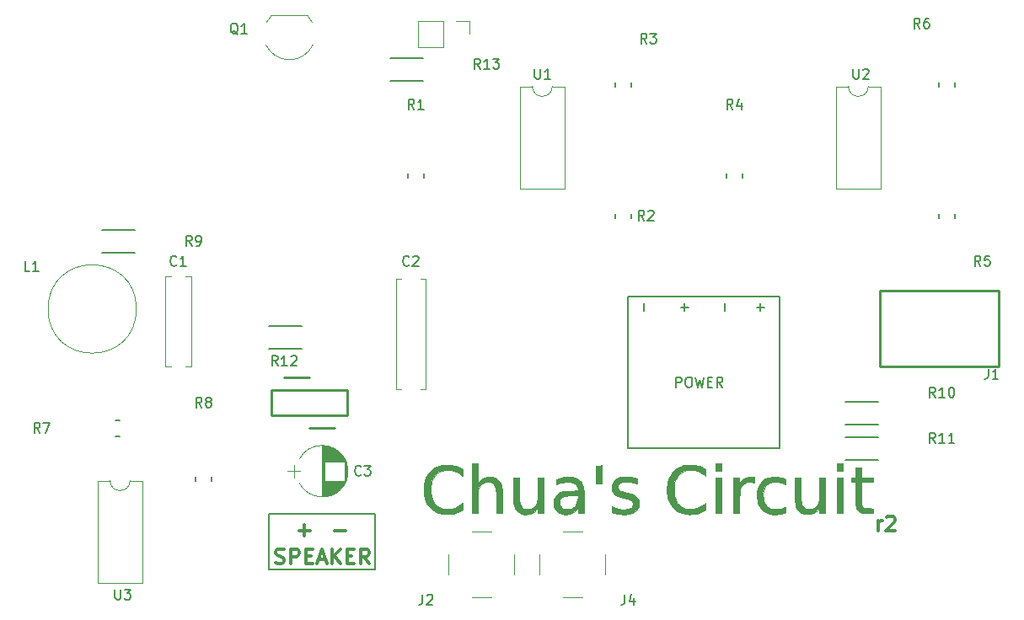
<source format=gto>
G04 #@! TF.GenerationSoftware,KiCad,Pcbnew,5.1.4*
G04 #@! TF.CreationDate,2019-12-30T21:19:54-05:00*
G04 #@! TF.ProjectId,chua,63687561-2e6b-4696-9361-645f70636258,rev?*
G04 #@! TF.SameCoordinates,Original*
G04 #@! TF.FileFunction,Legend,Top*
G04 #@! TF.FilePolarity,Positive*
%FSLAX46Y46*%
G04 Gerber Fmt 4.6, Leading zero omitted, Abs format (unit mm)*
G04 Created by KiCad (PCBNEW 5.1.4) date 2019-12-30 21:19:54*
%MOMM*%
%LPD*%
G04 APERTURE LIST*
%ADD10C,0.300000*%
%ADD11C,0.200000*%
%ADD12C,0.010000*%
%ADD13C,0.120000*%
%ADD14C,0.250000*%
%ADD15C,0.150000*%
G04 APERTURE END LIST*
D10*
X213554571Y-82466571D02*
X213554571Y-81466571D01*
X213554571Y-81752285D02*
X213626000Y-81609428D01*
X213697428Y-81538000D01*
X213840285Y-81466571D01*
X213983142Y-81466571D01*
X214411714Y-81109428D02*
X214483142Y-81038000D01*
X214626000Y-80966571D01*
X214983142Y-80966571D01*
X215126000Y-81038000D01*
X215197428Y-81109428D01*
X215268857Y-81252285D01*
X215268857Y-81395142D01*
X215197428Y-81609428D01*
X214340285Y-82466571D01*
X215268857Y-82466571D01*
D11*
X203708000Y-74168000D02*
X203708000Y-58928000D01*
X188468000Y-74168000D02*
X203708000Y-74168000D01*
X188468000Y-58928000D02*
X188468000Y-74168000D01*
X203708000Y-58928000D02*
X188468000Y-58928000D01*
D10*
X158940571Y-82403142D02*
X160083428Y-82403142D01*
X155384571Y-82403142D02*
X156527428Y-82403142D01*
X155956000Y-82974571D02*
X155956000Y-81831714D01*
D11*
X152400000Y-86360000D02*
X152400000Y-80772000D01*
X152654000Y-86360000D02*
X152400000Y-86360000D01*
X163068000Y-86360000D02*
X152654000Y-86360000D01*
X163068000Y-80772000D02*
X163068000Y-86360000D01*
X152400000Y-80772000D02*
X163068000Y-80772000D01*
D10*
X153055428Y-85697142D02*
X153269714Y-85768571D01*
X153626857Y-85768571D01*
X153769714Y-85697142D01*
X153841142Y-85625714D01*
X153912571Y-85482857D01*
X153912571Y-85340000D01*
X153841142Y-85197142D01*
X153769714Y-85125714D01*
X153626857Y-85054285D01*
X153341142Y-84982857D01*
X153198285Y-84911428D01*
X153126857Y-84840000D01*
X153055428Y-84697142D01*
X153055428Y-84554285D01*
X153126857Y-84411428D01*
X153198285Y-84340000D01*
X153341142Y-84268571D01*
X153698285Y-84268571D01*
X153912571Y-84340000D01*
X154555428Y-85768571D02*
X154555428Y-84268571D01*
X155126857Y-84268571D01*
X155269714Y-84340000D01*
X155341142Y-84411428D01*
X155412571Y-84554285D01*
X155412571Y-84768571D01*
X155341142Y-84911428D01*
X155269714Y-84982857D01*
X155126857Y-85054285D01*
X154555428Y-85054285D01*
X156055428Y-84982857D02*
X156555428Y-84982857D01*
X156769714Y-85768571D02*
X156055428Y-85768571D01*
X156055428Y-84268571D01*
X156769714Y-84268571D01*
X157341142Y-85340000D02*
X158055428Y-85340000D01*
X157198285Y-85768571D02*
X157698285Y-84268571D01*
X158198285Y-85768571D01*
X158698285Y-85768571D02*
X158698285Y-84268571D01*
X159555428Y-85768571D02*
X158912571Y-84911428D01*
X159555428Y-84268571D02*
X158698285Y-85125714D01*
X160198285Y-84982857D02*
X160698285Y-84982857D01*
X160912571Y-85768571D02*
X160198285Y-85768571D01*
X160198285Y-84268571D01*
X160912571Y-84268571D01*
X162412571Y-85768571D02*
X161912571Y-85054285D01*
X161555428Y-85768571D02*
X161555428Y-84268571D01*
X162126857Y-84268571D01*
X162269714Y-84340000D01*
X162341142Y-84411428D01*
X162412571Y-84554285D01*
X162412571Y-84768571D01*
X162341142Y-84911428D01*
X162269714Y-84982857D01*
X162126857Y-85054285D01*
X161555428Y-85054285D01*
D12*
G36*
X210058000Y-76454000D02*
G01*
X209454750Y-76454000D01*
X209454750Y-75692000D01*
X210058000Y-75692000D01*
X210058000Y-76454000D01*
X210058000Y-76454000D01*
G37*
X210058000Y-76454000D02*
X209454750Y-76454000D01*
X209454750Y-75692000D01*
X210058000Y-75692000D01*
X210058000Y-76454000D01*
G36*
X197827320Y-76065062D02*
G01*
X197818375Y-76438125D01*
X197524687Y-76447253D01*
X197231000Y-76456382D01*
X197231000Y-75692000D01*
X197836265Y-75692000D01*
X197827320Y-76065062D01*
X197827320Y-76065062D01*
G37*
X197827320Y-76065062D02*
X197818375Y-76438125D01*
X197524687Y-76447253D01*
X197231000Y-76456382D01*
X197231000Y-75692000D01*
X197836265Y-75692000D01*
X197827320Y-76065062D01*
G36*
X185801000Y-77692250D02*
G01*
X185228511Y-77692250D01*
X185236943Y-76795312D01*
X185245375Y-75898375D01*
X185523187Y-75889201D01*
X185801000Y-75880027D01*
X185801000Y-77692250D01*
X185801000Y-77692250D01*
G37*
X185801000Y-77692250D02*
X185228511Y-77692250D01*
X185236943Y-76795312D01*
X185245375Y-75898375D01*
X185523187Y-75889201D01*
X185801000Y-75880027D01*
X185801000Y-77692250D01*
G36*
X211899500Y-77089000D02*
G01*
X213106000Y-77089000D01*
X213106000Y-77565250D01*
X211899500Y-77565250D01*
X211901292Y-78700312D01*
X211902164Y-79022406D01*
X211904163Y-79287306D01*
X211908030Y-79501314D01*
X211914510Y-79670736D01*
X211924345Y-79801874D01*
X211938278Y-79901033D01*
X211957052Y-79974517D01*
X211981409Y-80028630D01*
X212012094Y-80069675D01*
X212049848Y-80103957D01*
X212068390Y-80118151D01*
X212109693Y-80144366D01*
X212159259Y-80163188D01*
X212228514Y-80176169D01*
X212328880Y-80184866D01*
X212471783Y-80190833D01*
X212631952Y-80194849D01*
X213106000Y-80205074D01*
X213106000Y-80708500D01*
X212621812Y-80705799D01*
X212436739Y-80702192D01*
X212260683Y-80694129D01*
X212109900Y-80682670D01*
X212000649Y-80668874D01*
X211975176Y-80663675D01*
X211797134Y-80603330D01*
X211636810Y-80517255D01*
X211511628Y-80416045D01*
X211458952Y-80349769D01*
X211418955Y-80279860D01*
X211386026Y-80207223D01*
X211359490Y-80125109D01*
X211338675Y-80026765D01*
X211322909Y-79905442D01*
X211311518Y-79754388D01*
X211303830Y-79566853D01*
X211299171Y-79336086D01*
X211296868Y-79055335D01*
X211296250Y-78717851D01*
X211296250Y-77565250D01*
X210851750Y-77565250D01*
X210851750Y-77089000D01*
X211296250Y-77089000D01*
X211296250Y-76073000D01*
X211899500Y-76073000D01*
X211899500Y-77089000D01*
X211899500Y-77089000D01*
G37*
X211899500Y-77089000D02*
X213106000Y-77089000D01*
X213106000Y-77565250D01*
X211899500Y-77565250D01*
X211901292Y-78700312D01*
X211902164Y-79022406D01*
X211904163Y-79287306D01*
X211908030Y-79501314D01*
X211914510Y-79670736D01*
X211924345Y-79801874D01*
X211938278Y-79901033D01*
X211957052Y-79974517D01*
X211981409Y-80028630D01*
X212012094Y-80069675D01*
X212049848Y-80103957D01*
X212068390Y-80118151D01*
X212109693Y-80144366D01*
X212159259Y-80163188D01*
X212228514Y-80176169D01*
X212328880Y-80184866D01*
X212471783Y-80190833D01*
X212631952Y-80194849D01*
X213106000Y-80205074D01*
X213106000Y-80708500D01*
X212621812Y-80705799D01*
X212436739Y-80702192D01*
X212260683Y-80694129D01*
X212109900Y-80682670D01*
X212000649Y-80668874D01*
X211975176Y-80663675D01*
X211797134Y-80603330D01*
X211636810Y-80517255D01*
X211511628Y-80416045D01*
X211458952Y-80349769D01*
X211418955Y-80279860D01*
X211386026Y-80207223D01*
X211359490Y-80125109D01*
X211338675Y-80026765D01*
X211322909Y-79905442D01*
X211311518Y-79754388D01*
X211303830Y-79566853D01*
X211299171Y-79336086D01*
X211296868Y-79055335D01*
X211296250Y-78717851D01*
X211296250Y-77565250D01*
X210851750Y-77565250D01*
X210851750Y-77089000D01*
X211296250Y-77089000D01*
X211296250Y-76073000D01*
X211899500Y-76073000D01*
X211899500Y-77089000D01*
G36*
X210058000Y-80708500D02*
G01*
X209454750Y-80708500D01*
X209454750Y-77089000D01*
X210058000Y-77089000D01*
X210058000Y-80708500D01*
X210058000Y-80708500D01*
G37*
X210058000Y-80708500D02*
X209454750Y-80708500D01*
X209454750Y-77089000D01*
X210058000Y-77089000D01*
X210058000Y-80708500D01*
G36*
X200962035Y-77016403D02*
G01*
X201136250Y-77034383D01*
X201136250Y-77657259D01*
X201017187Y-77606730D01*
X200898137Y-77575093D01*
X200741112Y-77558706D01*
X200569893Y-77558053D01*
X200408265Y-77573618D01*
X200320022Y-77592546D01*
X200153152Y-77666775D01*
X199992432Y-77785782D01*
X199859301Y-77932714D01*
X199828328Y-77979096D01*
X199782449Y-78058357D01*
X199744820Y-78136853D01*
X199714635Y-78221692D01*
X199691086Y-78319985D01*
X199673368Y-78438843D01*
X199660674Y-78585377D01*
X199652197Y-78766696D01*
X199647130Y-78989910D01*
X199644666Y-79262131D01*
X199644000Y-79590469D01*
X199644000Y-80708500D01*
X199008475Y-80708500D01*
X199016675Y-78906687D01*
X199024875Y-77104875D01*
X199628125Y-77104875D01*
X199637331Y-77347249D01*
X199646538Y-77589624D01*
X199821113Y-77406601D01*
X200030757Y-77231749D01*
X200276168Y-77105115D01*
X200548505Y-77029721D01*
X200838927Y-77008591D01*
X200962035Y-77016403D01*
X200962035Y-77016403D01*
G37*
X200962035Y-77016403D02*
X201136250Y-77034383D01*
X201136250Y-77657259D01*
X201017187Y-77606730D01*
X200898137Y-77575093D01*
X200741112Y-77558706D01*
X200569893Y-77558053D01*
X200408265Y-77573618D01*
X200320022Y-77592546D01*
X200153152Y-77666775D01*
X199992432Y-77785782D01*
X199859301Y-77932714D01*
X199828328Y-77979096D01*
X199782449Y-78058357D01*
X199744820Y-78136853D01*
X199714635Y-78221692D01*
X199691086Y-78319985D01*
X199673368Y-78438843D01*
X199660674Y-78585377D01*
X199652197Y-78766696D01*
X199647130Y-78989910D01*
X199644666Y-79262131D01*
X199644000Y-79590469D01*
X199644000Y-80708500D01*
X199008475Y-80708500D01*
X199016675Y-78906687D01*
X199024875Y-77104875D01*
X199628125Y-77104875D01*
X199637331Y-77347249D01*
X199646538Y-77589624D01*
X199821113Y-77406601D01*
X200030757Y-77231749D01*
X200276168Y-77105115D01*
X200548505Y-77029721D01*
X200838927Y-77008591D01*
X200962035Y-77016403D01*
G36*
X197524687Y-77095746D02*
G01*
X197818375Y-77104875D01*
X197826574Y-78906687D01*
X197834774Y-80708500D01*
X197231000Y-80708500D01*
X197231000Y-77086617D01*
X197524687Y-77095746D01*
X197524687Y-77095746D01*
G37*
X197524687Y-77095746D02*
X197818375Y-77104875D01*
X197826574Y-78906687D01*
X197834774Y-80708500D01*
X197231000Y-80708500D01*
X197231000Y-77086617D01*
X197524687Y-77095746D01*
G36*
X173386750Y-77598617D02*
G01*
X173569312Y-77412967D01*
X173795707Y-77224701D01*
X174046659Y-77094882D01*
X174321090Y-77023860D01*
X174617921Y-77011988D01*
X174757537Y-77025899D01*
X175024681Y-77087753D01*
X175248293Y-77194116D01*
X175433214Y-77348364D01*
X175584284Y-77553870D01*
X175626460Y-77631386D01*
X175667108Y-77716254D01*
X175700869Y-77800478D01*
X175728376Y-77890763D01*
X175750261Y-77993816D01*
X175767157Y-78116344D01*
X175779697Y-78265054D01*
X175788514Y-78446652D01*
X175794240Y-78667846D01*
X175797508Y-78935342D01*
X175798951Y-79255846D01*
X175799198Y-79462312D01*
X175799750Y-80708500D01*
X175196500Y-80708500D01*
X175196500Y-79508670D01*
X175196061Y-79183837D01*
X175194591Y-78915922D01*
X175191859Y-78698347D01*
X175187633Y-78524535D01*
X175181681Y-78387909D01*
X175173772Y-78281891D01*
X175163675Y-78199904D01*
X175151158Y-78135370D01*
X175147686Y-78121432D01*
X175084496Y-77931841D01*
X175002222Y-77790472D01*
X174891020Y-77682721D01*
X174820674Y-77636406D01*
X174740854Y-77593605D01*
X174666716Y-77567599D01*
X174578082Y-77554349D01*
X174454775Y-77549813D01*
X174386875Y-77549535D01*
X174224144Y-77553697D01*
X174103756Y-77568130D01*
X174004946Y-77596078D01*
X173955411Y-77616931D01*
X173766631Y-77737158D01*
X173604367Y-77906816D01*
X173485804Y-78102254D01*
X173402625Y-78279625D01*
X173393274Y-79494062D01*
X173383924Y-80708500D01*
X172783500Y-80708500D01*
X172783500Y-75692000D01*
X173386750Y-75692000D01*
X173386750Y-77598617D01*
X173386750Y-77598617D01*
G37*
X173386750Y-77598617D02*
X173569312Y-77412967D01*
X173795707Y-77224701D01*
X174046659Y-77094882D01*
X174321090Y-77023860D01*
X174617921Y-77011988D01*
X174757537Y-77025899D01*
X175024681Y-77087753D01*
X175248293Y-77194116D01*
X175433214Y-77348364D01*
X175584284Y-77553870D01*
X175626460Y-77631386D01*
X175667108Y-77716254D01*
X175700869Y-77800478D01*
X175728376Y-77890763D01*
X175750261Y-77993816D01*
X175767157Y-78116344D01*
X175779697Y-78265054D01*
X175788514Y-78446652D01*
X175794240Y-78667846D01*
X175797508Y-78935342D01*
X175798951Y-79255846D01*
X175799198Y-79462312D01*
X175799750Y-80708500D01*
X175196500Y-80708500D01*
X175196500Y-79508670D01*
X175196061Y-79183837D01*
X175194591Y-78915922D01*
X175191859Y-78698347D01*
X175187633Y-78524535D01*
X175181681Y-78387909D01*
X175173772Y-78281891D01*
X175163675Y-78199904D01*
X175151158Y-78135370D01*
X175147686Y-78121432D01*
X175084496Y-77931841D01*
X175002222Y-77790472D01*
X174891020Y-77682721D01*
X174820674Y-77636406D01*
X174740854Y-77593605D01*
X174666716Y-77567599D01*
X174578082Y-77554349D01*
X174454775Y-77549813D01*
X174386875Y-77549535D01*
X174224144Y-77553697D01*
X174103756Y-77568130D01*
X174004946Y-77596078D01*
X173955411Y-77616931D01*
X173766631Y-77737158D01*
X173604367Y-77906816D01*
X173485804Y-78102254D01*
X173402625Y-78279625D01*
X173393274Y-79494062D01*
X173383924Y-80708500D01*
X172783500Y-80708500D01*
X172783500Y-75692000D01*
X173386750Y-75692000D01*
X173386750Y-77598617D01*
G36*
X205810556Y-78366937D02*
G01*
X205813656Y-78704271D01*
X205817162Y-78984587D01*
X205821859Y-79214367D01*
X205828531Y-79400091D01*
X205837964Y-79548240D01*
X205850941Y-79665297D01*
X205868248Y-79757742D01*
X205890670Y-79832056D01*
X205918991Y-79894720D01*
X205953996Y-79952216D01*
X205996470Y-80011024D01*
X206012139Y-80031665D01*
X206144252Y-80154338D01*
X206317528Y-80237059D01*
X206521430Y-80276752D01*
X206745424Y-80270338D01*
X206799942Y-80261789D01*
X207007611Y-80207674D01*
X207175065Y-80123486D01*
X207322444Y-79998896D01*
X207332071Y-79988877D01*
X207405807Y-79906671D01*
X207467069Y-79824740D01*
X207516997Y-79736446D01*
X207556726Y-79635146D01*
X207587396Y-79514199D01*
X207610144Y-79366966D01*
X207626109Y-79186804D01*
X207636427Y-78967073D01*
X207642238Y-78701132D01*
X207644679Y-78382340D01*
X207645000Y-78162668D01*
X207645000Y-77089000D01*
X208248250Y-77089000D01*
X208248250Y-80708500D01*
X207645000Y-80708500D01*
X207645000Y-80193268D01*
X207457916Y-80387453D01*
X207262798Y-80562877D01*
X207061938Y-80683927D01*
X206839979Y-80757346D01*
X206581564Y-80789879D01*
X206537307Y-80791693D01*
X206388942Y-80792809D01*
X206250681Y-80787653D01*
X206144318Y-80777273D01*
X206112933Y-80771246D01*
X205876090Y-80681289D01*
X205664948Y-80541649D01*
X205491656Y-80361836D01*
X205395627Y-80209868D01*
X205354604Y-80127580D01*
X205320513Y-80051831D01*
X205292648Y-79975871D01*
X205270304Y-79892949D01*
X205252773Y-79796318D01*
X205239351Y-79679226D01*
X205229330Y-79534923D01*
X205222006Y-79356661D01*
X205216672Y-79137688D01*
X205212623Y-78871256D01*
X205209151Y-78550614D01*
X205207850Y-78414562D01*
X205195369Y-77089000D01*
X205497477Y-77088999D01*
X205799586Y-77088999D01*
X205810556Y-78366937D01*
X205810556Y-78366937D01*
G37*
X205810556Y-78366937D02*
X205813656Y-78704271D01*
X205817162Y-78984587D01*
X205821859Y-79214367D01*
X205828531Y-79400091D01*
X205837964Y-79548240D01*
X205850941Y-79665297D01*
X205868248Y-79757742D01*
X205890670Y-79832056D01*
X205918991Y-79894720D01*
X205953996Y-79952216D01*
X205996470Y-80011024D01*
X206012139Y-80031665D01*
X206144252Y-80154338D01*
X206317528Y-80237059D01*
X206521430Y-80276752D01*
X206745424Y-80270338D01*
X206799942Y-80261789D01*
X207007611Y-80207674D01*
X207175065Y-80123486D01*
X207322444Y-79998896D01*
X207332071Y-79988877D01*
X207405807Y-79906671D01*
X207467069Y-79824740D01*
X207516997Y-79736446D01*
X207556726Y-79635146D01*
X207587396Y-79514199D01*
X207610144Y-79366966D01*
X207626109Y-79186804D01*
X207636427Y-78967073D01*
X207642238Y-78701132D01*
X207644679Y-78382340D01*
X207645000Y-78162668D01*
X207645000Y-77089000D01*
X208248250Y-77089000D01*
X208248250Y-80708500D01*
X207645000Y-80708500D01*
X207645000Y-80193268D01*
X207457916Y-80387453D01*
X207262798Y-80562877D01*
X207061938Y-80683927D01*
X206839979Y-80757346D01*
X206581564Y-80789879D01*
X206537307Y-80791693D01*
X206388942Y-80792809D01*
X206250681Y-80787653D01*
X206144318Y-80777273D01*
X206112933Y-80771246D01*
X205876090Y-80681289D01*
X205664948Y-80541649D01*
X205491656Y-80361836D01*
X205395627Y-80209868D01*
X205354604Y-80127580D01*
X205320513Y-80051831D01*
X205292648Y-79975871D01*
X205270304Y-79892949D01*
X205252773Y-79796318D01*
X205239351Y-79679226D01*
X205229330Y-79534923D01*
X205222006Y-79356661D01*
X205216672Y-79137688D01*
X205212623Y-78871256D01*
X205209151Y-78550614D01*
X205207850Y-78414562D01*
X205195369Y-77089000D01*
X205497477Y-77088999D01*
X205799586Y-77088999D01*
X205810556Y-78366937D01*
G36*
X203480906Y-77032867D02*
G01*
X203762723Y-77076603D01*
X204014647Y-77145620D01*
X204109764Y-77183141D01*
X204247750Y-77244179D01*
X204247750Y-77515839D01*
X204245899Y-77638243D01*
X204240960Y-77732008D01*
X204233848Y-77782603D01*
X204230610Y-77787500D01*
X204194288Y-77774309D01*
X204123200Y-77741137D01*
X204090059Y-77724540D01*
X203810791Y-77615177D01*
X203498503Y-77552590D01*
X203165659Y-77539243D01*
X203154932Y-77539652D01*
X202932097Y-77557784D01*
X202754235Y-77595854D01*
X202604369Y-77659856D01*
X202465522Y-77755781D01*
X202412111Y-77801856D01*
X202251056Y-77983231D01*
X202132879Y-78199755D01*
X202055880Y-78456176D01*
X202018359Y-78757247D01*
X202013880Y-78914625D01*
X202035964Y-79237598D01*
X202103007Y-79523360D01*
X202213629Y-79768651D01*
X202366450Y-79970212D01*
X202513462Y-80094565D01*
X202642941Y-80173557D01*
X202772826Y-80227167D01*
X202923389Y-80261576D01*
X203114899Y-80282966D01*
X203136500Y-80284585D01*
X203423684Y-80279031D01*
X203719863Y-80225947D01*
X203998263Y-80130274D01*
X204015946Y-80122315D01*
X204113616Y-80079561D01*
X204188547Y-80050347D01*
X204219836Y-80041750D01*
X204232498Y-80071052D01*
X204242162Y-80149201D01*
X204247301Y-80261561D01*
X204247750Y-80309343D01*
X204247750Y-80576937D01*
X204065187Y-80645517D01*
X203829119Y-80716335D01*
X203560458Y-80767690D01*
X203281598Y-80797193D01*
X203014933Y-80802454D01*
X202787250Y-80781830D01*
X202534287Y-80715453D01*
X202283403Y-80605970D01*
X202052979Y-80463512D01*
X201861396Y-80298209D01*
X201814044Y-80245441D01*
X201639612Y-79999938D01*
X201512200Y-79732831D01*
X201429123Y-79435759D01*
X201387697Y-79100359D01*
X201381697Y-78898750D01*
X201406035Y-78523457D01*
X201479523Y-78184523D01*
X201600761Y-77883950D01*
X201768349Y-77623742D01*
X201980887Y-77405901D01*
X202236976Y-77232430D01*
X202535216Y-77105333D01*
X202660250Y-77069372D01*
X202909252Y-77027649D01*
X203189610Y-77016015D01*
X203480906Y-77032867D01*
X203480906Y-77032867D01*
G37*
X203480906Y-77032867D02*
X203762723Y-77076603D01*
X204014647Y-77145620D01*
X204109764Y-77183141D01*
X204247750Y-77244179D01*
X204247750Y-77515839D01*
X204245899Y-77638243D01*
X204240960Y-77732008D01*
X204233848Y-77782603D01*
X204230610Y-77787500D01*
X204194288Y-77774309D01*
X204123200Y-77741137D01*
X204090059Y-77724540D01*
X203810791Y-77615177D01*
X203498503Y-77552590D01*
X203165659Y-77539243D01*
X203154932Y-77539652D01*
X202932097Y-77557784D01*
X202754235Y-77595854D01*
X202604369Y-77659856D01*
X202465522Y-77755781D01*
X202412111Y-77801856D01*
X202251056Y-77983231D01*
X202132879Y-78199755D01*
X202055880Y-78456176D01*
X202018359Y-78757247D01*
X202013880Y-78914625D01*
X202035964Y-79237598D01*
X202103007Y-79523360D01*
X202213629Y-79768651D01*
X202366450Y-79970212D01*
X202513462Y-80094565D01*
X202642941Y-80173557D01*
X202772826Y-80227167D01*
X202923389Y-80261576D01*
X203114899Y-80282966D01*
X203136500Y-80284585D01*
X203423684Y-80279031D01*
X203719863Y-80225947D01*
X203998263Y-80130274D01*
X204015946Y-80122315D01*
X204113616Y-80079561D01*
X204188547Y-80050347D01*
X204219836Y-80041750D01*
X204232498Y-80071052D01*
X204242162Y-80149201D01*
X204247301Y-80261561D01*
X204247750Y-80309343D01*
X204247750Y-80576937D01*
X204065187Y-80645517D01*
X203829119Y-80716335D01*
X203560458Y-80767690D01*
X203281598Y-80797193D01*
X203014933Y-80802454D01*
X202787250Y-80781830D01*
X202534287Y-80715453D01*
X202283403Y-80605970D01*
X202052979Y-80463512D01*
X201861396Y-80298209D01*
X201814044Y-80245441D01*
X201639612Y-79999938D01*
X201512200Y-79732831D01*
X201429123Y-79435759D01*
X201387697Y-79100359D01*
X201381697Y-78898750D01*
X201406035Y-78523457D01*
X201479523Y-78184523D01*
X201600761Y-77883950D01*
X201768349Y-77623742D01*
X201980887Y-77405901D01*
X202236976Y-77232430D01*
X202535216Y-77105333D01*
X202660250Y-77069372D01*
X202909252Y-77027649D01*
X203189610Y-77016015D01*
X203480906Y-77032867D01*
G36*
X194952553Y-75824137D02*
G01*
X195070986Y-75830561D01*
X195177713Y-75844630D01*
X195289970Y-75867801D01*
X195399673Y-75894983D01*
X195596665Y-75955160D01*
X195800601Y-76033154D01*
X195971173Y-76112866D01*
X196230875Y-76250506D01*
X196239886Y-76590378D01*
X196242085Y-76728631D01*
X196241062Y-76839804D01*
X196237117Y-76910920D01*
X196232038Y-76930250D01*
X196200267Y-76912720D01*
X196131288Y-76866276D01*
X196038672Y-76800132D01*
X196016651Y-76783984D01*
X195719868Y-76593918D01*
X195420598Y-76462505D01*
X195106568Y-76385656D01*
X194765503Y-76359282D01*
X194741483Y-76359219D01*
X194390946Y-76384584D01*
X194080160Y-76459443D01*
X193809187Y-76583749D01*
X193578089Y-76757458D01*
X193386929Y-76980522D01*
X193235769Y-77252896D01*
X193129815Y-77555282D01*
X193094608Y-77733585D01*
X193070741Y-77955416D01*
X193058424Y-78201960D01*
X193057864Y-78454400D01*
X193069269Y-78693922D01*
X193092848Y-78901711D01*
X193113755Y-79006685D01*
X193221379Y-79331279D01*
X193370529Y-79608467D01*
X193560574Y-79837604D01*
X193790887Y-80018046D01*
X194060839Y-80149149D01*
X194294678Y-80215937D01*
X194654565Y-80260529D01*
X195012112Y-80243066D01*
X195361498Y-80164898D01*
X195696906Y-80027374D01*
X196012518Y-79831845D01*
X196040375Y-79810976D01*
X196230875Y-79666047D01*
X196240124Y-79988836D01*
X196243394Y-80136162D01*
X196241549Y-80233854D01*
X196232301Y-80295712D01*
X196213365Y-80335539D01*
X196182453Y-80367136D01*
X196176624Y-80372033D01*
X196070793Y-80442442D01*
X195920335Y-80519755D01*
X195742544Y-80596796D01*
X195554712Y-80666387D01*
X195374130Y-80721351D01*
X195282707Y-80743049D01*
X195084505Y-80773459D01*
X194852946Y-80792665D01*
X194613740Y-80799707D01*
X194392599Y-80793629D01*
X194262375Y-80781063D01*
X193895007Y-80700367D01*
X193559381Y-80565659D01*
X193258154Y-80379370D01*
X192993982Y-80143935D01*
X192769522Y-79861788D01*
X192587429Y-79535361D01*
X192450361Y-79167089D01*
X192432968Y-79105125D01*
X192393411Y-78903857D01*
X192368016Y-78659307D01*
X192356822Y-78390101D01*
X192359868Y-78114865D01*
X192377193Y-77852225D01*
X192408836Y-77620810D01*
X192429663Y-77524125D01*
X192551804Y-77151167D01*
X192720056Y-76818657D01*
X192932569Y-76529002D01*
X193187491Y-76284607D01*
X193482973Y-76087879D01*
X193568366Y-76043783D01*
X193734981Y-75968505D01*
X193891252Y-75913206D01*
X194053256Y-75874567D01*
X194237069Y-75849269D01*
X194458769Y-75833992D01*
X194611625Y-75828398D01*
X194805178Y-75823901D01*
X194952553Y-75824137D01*
X194952553Y-75824137D01*
G37*
X194952553Y-75824137D02*
X195070986Y-75830561D01*
X195177713Y-75844630D01*
X195289970Y-75867801D01*
X195399673Y-75894983D01*
X195596665Y-75955160D01*
X195800601Y-76033154D01*
X195971173Y-76112866D01*
X196230875Y-76250506D01*
X196239886Y-76590378D01*
X196242085Y-76728631D01*
X196241062Y-76839804D01*
X196237117Y-76910920D01*
X196232038Y-76930250D01*
X196200267Y-76912720D01*
X196131288Y-76866276D01*
X196038672Y-76800132D01*
X196016651Y-76783984D01*
X195719868Y-76593918D01*
X195420598Y-76462505D01*
X195106568Y-76385656D01*
X194765503Y-76359282D01*
X194741483Y-76359219D01*
X194390946Y-76384584D01*
X194080160Y-76459443D01*
X193809187Y-76583749D01*
X193578089Y-76757458D01*
X193386929Y-76980522D01*
X193235769Y-77252896D01*
X193129815Y-77555282D01*
X193094608Y-77733585D01*
X193070741Y-77955416D01*
X193058424Y-78201960D01*
X193057864Y-78454400D01*
X193069269Y-78693922D01*
X193092848Y-78901711D01*
X193113755Y-79006685D01*
X193221379Y-79331279D01*
X193370529Y-79608467D01*
X193560574Y-79837604D01*
X193790887Y-80018046D01*
X194060839Y-80149149D01*
X194294678Y-80215937D01*
X194654565Y-80260529D01*
X195012112Y-80243066D01*
X195361498Y-80164898D01*
X195696906Y-80027374D01*
X196012518Y-79831845D01*
X196040375Y-79810976D01*
X196230875Y-79666047D01*
X196240124Y-79988836D01*
X196243394Y-80136162D01*
X196241549Y-80233854D01*
X196232301Y-80295712D01*
X196213365Y-80335539D01*
X196182453Y-80367136D01*
X196176624Y-80372033D01*
X196070793Y-80442442D01*
X195920335Y-80519755D01*
X195742544Y-80596796D01*
X195554712Y-80666387D01*
X195374130Y-80721351D01*
X195282707Y-80743049D01*
X195084505Y-80773459D01*
X194852946Y-80792665D01*
X194613740Y-80799707D01*
X194392599Y-80793629D01*
X194262375Y-80781063D01*
X193895007Y-80700367D01*
X193559381Y-80565659D01*
X193258154Y-80379370D01*
X192993982Y-80143935D01*
X192769522Y-79861788D01*
X192587429Y-79535361D01*
X192450361Y-79167089D01*
X192432968Y-79105125D01*
X192393411Y-78903857D01*
X192368016Y-78659307D01*
X192356822Y-78390101D01*
X192359868Y-78114865D01*
X192377193Y-77852225D01*
X192408836Y-77620810D01*
X192429663Y-77524125D01*
X192551804Y-77151167D01*
X192720056Y-76818657D01*
X192932569Y-76529002D01*
X193187491Y-76284607D01*
X193482973Y-76087879D01*
X193568366Y-76043783D01*
X193734981Y-75968505D01*
X193891252Y-75913206D01*
X194053256Y-75874567D01*
X194237069Y-75849269D01*
X194458769Y-75833992D01*
X194611625Y-75828398D01*
X194805178Y-75823901D01*
X194952553Y-75824137D01*
G36*
X188520158Y-77021827D02*
G01*
X188804159Y-77054209D01*
X189043298Y-77104746D01*
X189183817Y-77141774D01*
X189275030Y-77169982D01*
X189327451Y-77201852D01*
X189351596Y-77249866D01*
X189357980Y-77326503D01*
X189357117Y-77444245D01*
X189357000Y-77477099D01*
X189355937Y-77612124D01*
X189351210Y-77694547D01*
X189340513Y-77735254D01*
X189321538Y-77745130D01*
X189301437Y-77739253D01*
X188987272Y-77627646D01*
X188673071Y-77553813D01*
X188368929Y-77518422D01*
X188084942Y-77522141D01*
X187831204Y-77565638D01*
X187655186Y-77630293D01*
X187524341Y-77725245D01*
X187437167Y-77854053D01*
X187397804Y-78002378D01*
X187410391Y-78155879D01*
X187466888Y-78282574D01*
X187517505Y-78340250D01*
X187594522Y-78393516D01*
X187705389Y-78445419D01*
X187857559Y-78499005D01*
X188058481Y-78557322D01*
X188277034Y-78613851D01*
X188463240Y-78662306D01*
X188641799Y-78712465D01*
X188797342Y-78759750D01*
X188914500Y-78799582D01*
X188955521Y-78815992D01*
X189141016Y-78921173D01*
X189305211Y-79057929D01*
X189430115Y-79210358D01*
X189459809Y-79261709D01*
X189512228Y-79412175D01*
X189540112Y-79597687D01*
X189542256Y-79794231D01*
X189517454Y-79977796D01*
X189499070Y-80044172D01*
X189402531Y-80238094D01*
X189252299Y-80413064D01*
X189056964Y-80562501D01*
X188825117Y-80679826D01*
X188567123Y-80758082D01*
X188375631Y-80785410D01*
X188144424Y-80797806D01*
X187895481Y-80795372D01*
X187650782Y-80778207D01*
X187467875Y-80753062D01*
X187309348Y-80721337D01*
X187139994Y-80681794D01*
X186999562Y-80643872D01*
X186785250Y-80579672D01*
X186785250Y-80275564D01*
X186787316Y-80128745D01*
X186794250Y-80037314D01*
X186807154Y-79993269D01*
X186824937Y-79987592D01*
X187032926Y-80071123D01*
X187195856Y-80133694D01*
X187326847Y-80179788D01*
X187439022Y-80213888D01*
X187545501Y-80240476D01*
X187598573Y-80251914D01*
X187850574Y-80288082D01*
X188102940Y-80295362D01*
X188339141Y-80274737D01*
X188542646Y-80227188D01*
X188633515Y-80190472D01*
X188747970Y-80126238D01*
X188822035Y-80059389D01*
X188876645Y-79970829D01*
X188878519Y-79966981D01*
X188929499Y-79835159D01*
X188938011Y-79720155D01*
X188904213Y-79594810D01*
X188881016Y-79540372D01*
X188840886Y-79470422D01*
X188784261Y-79409934D01*
X188703495Y-79355363D01*
X188590942Y-79303166D01*
X188438958Y-79249798D01*
X188239896Y-79191716D01*
X187986112Y-79125376D01*
X187985232Y-79125154D01*
X187685547Y-79042551D01*
X187442705Y-78958816D01*
X187250120Y-78869842D01*
X187101205Y-78771517D01*
X186989373Y-78659734D01*
X186908038Y-78530382D01*
X186865510Y-78426559D01*
X186826145Y-78240709D01*
X186818962Y-78028728D01*
X186843333Y-77818851D01*
X186882155Y-77679239D01*
X186972768Y-77513246D01*
X187110407Y-77355465D01*
X187278988Y-77221148D01*
X187462427Y-77125543D01*
X187468500Y-77123242D01*
X187684798Y-77063646D01*
X187943495Y-77026745D01*
X188227609Y-77012739D01*
X188520158Y-77021827D01*
X188520158Y-77021827D01*
G37*
X188520158Y-77021827D02*
X188804159Y-77054209D01*
X189043298Y-77104746D01*
X189183817Y-77141774D01*
X189275030Y-77169982D01*
X189327451Y-77201852D01*
X189351596Y-77249866D01*
X189357980Y-77326503D01*
X189357117Y-77444245D01*
X189357000Y-77477099D01*
X189355937Y-77612124D01*
X189351210Y-77694547D01*
X189340513Y-77735254D01*
X189321538Y-77745130D01*
X189301437Y-77739253D01*
X188987272Y-77627646D01*
X188673071Y-77553813D01*
X188368929Y-77518422D01*
X188084942Y-77522141D01*
X187831204Y-77565638D01*
X187655186Y-77630293D01*
X187524341Y-77725245D01*
X187437167Y-77854053D01*
X187397804Y-78002378D01*
X187410391Y-78155879D01*
X187466888Y-78282574D01*
X187517505Y-78340250D01*
X187594522Y-78393516D01*
X187705389Y-78445419D01*
X187857559Y-78499005D01*
X188058481Y-78557322D01*
X188277034Y-78613851D01*
X188463240Y-78662306D01*
X188641799Y-78712465D01*
X188797342Y-78759750D01*
X188914500Y-78799582D01*
X188955521Y-78815992D01*
X189141016Y-78921173D01*
X189305211Y-79057929D01*
X189430115Y-79210358D01*
X189459809Y-79261709D01*
X189512228Y-79412175D01*
X189540112Y-79597687D01*
X189542256Y-79794231D01*
X189517454Y-79977796D01*
X189499070Y-80044172D01*
X189402531Y-80238094D01*
X189252299Y-80413064D01*
X189056964Y-80562501D01*
X188825117Y-80679826D01*
X188567123Y-80758082D01*
X188375631Y-80785410D01*
X188144424Y-80797806D01*
X187895481Y-80795372D01*
X187650782Y-80778207D01*
X187467875Y-80753062D01*
X187309348Y-80721337D01*
X187139994Y-80681794D01*
X186999562Y-80643872D01*
X186785250Y-80579672D01*
X186785250Y-80275564D01*
X186787316Y-80128745D01*
X186794250Y-80037314D01*
X186807154Y-79993269D01*
X186824937Y-79987592D01*
X187032926Y-80071123D01*
X187195856Y-80133694D01*
X187326847Y-80179788D01*
X187439022Y-80213888D01*
X187545501Y-80240476D01*
X187598573Y-80251914D01*
X187850574Y-80288082D01*
X188102940Y-80295362D01*
X188339141Y-80274737D01*
X188542646Y-80227188D01*
X188633515Y-80190472D01*
X188747970Y-80126238D01*
X188822035Y-80059389D01*
X188876645Y-79970829D01*
X188878519Y-79966981D01*
X188929499Y-79835159D01*
X188938011Y-79720155D01*
X188904213Y-79594810D01*
X188881016Y-79540372D01*
X188840886Y-79470422D01*
X188784261Y-79409934D01*
X188703495Y-79355363D01*
X188590942Y-79303166D01*
X188438958Y-79249798D01*
X188239896Y-79191716D01*
X187986112Y-79125376D01*
X187985232Y-79125154D01*
X187685547Y-79042551D01*
X187442705Y-78958816D01*
X187250120Y-78869842D01*
X187101205Y-78771517D01*
X186989373Y-78659734D01*
X186908038Y-78530382D01*
X186865510Y-78426559D01*
X186826145Y-78240709D01*
X186818962Y-78028728D01*
X186843333Y-77818851D01*
X186882155Y-77679239D01*
X186972768Y-77513246D01*
X187110407Y-77355465D01*
X187278988Y-77221148D01*
X187462427Y-77125543D01*
X187468500Y-77123242D01*
X187684798Y-77063646D01*
X187943495Y-77026745D01*
X188227609Y-77012739D01*
X188520158Y-77021827D01*
G36*
X182799146Y-77038653D02*
G01*
X183097044Y-77102989D01*
X183351193Y-77211338D01*
X183563450Y-77364611D01*
X183735669Y-77563719D01*
X183807846Y-77681669D01*
X183853320Y-77768896D01*
X183891103Y-77852871D01*
X183921987Y-77940485D01*
X183946765Y-78038629D01*
X183966229Y-78154195D01*
X183981171Y-78294074D01*
X183992386Y-78465158D01*
X184000665Y-78674339D01*
X184006802Y-78928506D01*
X184011588Y-79234553D01*
X184014503Y-79478187D01*
X184028171Y-80708500D01*
X183419750Y-80708500D01*
X183419750Y-80187824D01*
X183263672Y-80362938D01*
X183069285Y-80538564D01*
X182839904Y-80675676D01*
X182595500Y-80762615D01*
X182568874Y-80768548D01*
X182421505Y-80788972D01*
X182242719Y-80798624D01*
X182057511Y-80797484D01*
X181890880Y-80785529D01*
X181792069Y-80769204D01*
X181578314Y-80691531D01*
X181378771Y-80568244D01*
X181209621Y-80411654D01*
X181087049Y-80234068D01*
X181086132Y-80232264D01*
X180998967Y-79999152D01*
X180958980Y-79747926D01*
X180962097Y-79613125D01*
X181565820Y-79613125D01*
X181578913Y-79796700D01*
X181622607Y-79938175D01*
X181704096Y-80054479D01*
X181784468Y-80127586D01*
X181901189Y-80208297D01*
X182018909Y-80258206D01*
X182156732Y-80282429D01*
X182333764Y-80286083D01*
X182372000Y-80284925D01*
X182529223Y-80274800D01*
X182647124Y-80254262D01*
X182749660Y-80218181D01*
X182802639Y-80192716D01*
X182997968Y-80057708D01*
X183161006Y-79873648D01*
X183287720Y-79648347D01*
X183374078Y-79389618D01*
X183416044Y-79105275D01*
X183419510Y-78997774D01*
X183419750Y-78890423D01*
X182824437Y-78906763D01*
X182596028Y-78914247D01*
X182419171Y-78923345D01*
X182281918Y-78935289D01*
X182172322Y-78951311D01*
X182078436Y-78972642D01*
X182021513Y-78989508D01*
X181831214Y-79070398D01*
X181696239Y-79177369D01*
X181611252Y-79317724D01*
X181570917Y-79498765D01*
X181565820Y-79613125D01*
X180962097Y-79613125D01*
X180964886Y-79492527D01*
X181015401Y-79246895D01*
X181109237Y-79024971D01*
X181210965Y-78878128D01*
X181300031Y-78793270D01*
X181417513Y-78705630D01*
X181506985Y-78651450D01*
X181632033Y-78588819D01*
X181751240Y-78539916D01*
X181875495Y-78502807D01*
X182015686Y-78475555D01*
X182182700Y-78456225D01*
X182387427Y-78442881D01*
X182640753Y-78433588D01*
X182748075Y-78430810D01*
X183425775Y-78414599D01*
X183403930Y-78268925D01*
X183341670Y-78038427D01*
X183231240Y-77847596D01*
X183074972Y-77699285D01*
X182875198Y-77596348D01*
X182846198Y-77586462D01*
X182638337Y-77542886D01*
X182392827Y-77529360D01*
X182126977Y-77544124D01*
X181858094Y-77585415D01*
X181603486Y-77651473D01*
X181393149Y-77734328D01*
X181229000Y-77813516D01*
X181229000Y-77250512D01*
X181476465Y-77172338D01*
X181764867Y-77091783D01*
X182030597Y-77042603D01*
X182303250Y-77020117D01*
X182455647Y-77017419D01*
X182799146Y-77038653D01*
X182799146Y-77038653D01*
G37*
X182799146Y-77038653D02*
X183097044Y-77102989D01*
X183351193Y-77211338D01*
X183563450Y-77364611D01*
X183735669Y-77563719D01*
X183807846Y-77681669D01*
X183853320Y-77768896D01*
X183891103Y-77852871D01*
X183921987Y-77940485D01*
X183946765Y-78038629D01*
X183966229Y-78154195D01*
X183981171Y-78294074D01*
X183992386Y-78465158D01*
X184000665Y-78674339D01*
X184006802Y-78928506D01*
X184011588Y-79234553D01*
X184014503Y-79478187D01*
X184028171Y-80708500D01*
X183419750Y-80708500D01*
X183419750Y-80187824D01*
X183263672Y-80362938D01*
X183069285Y-80538564D01*
X182839904Y-80675676D01*
X182595500Y-80762615D01*
X182568874Y-80768548D01*
X182421505Y-80788972D01*
X182242719Y-80798624D01*
X182057511Y-80797484D01*
X181890880Y-80785529D01*
X181792069Y-80769204D01*
X181578314Y-80691531D01*
X181378771Y-80568244D01*
X181209621Y-80411654D01*
X181087049Y-80234068D01*
X181086132Y-80232264D01*
X180998967Y-79999152D01*
X180958980Y-79747926D01*
X180962097Y-79613125D01*
X181565820Y-79613125D01*
X181578913Y-79796700D01*
X181622607Y-79938175D01*
X181704096Y-80054479D01*
X181784468Y-80127586D01*
X181901189Y-80208297D01*
X182018909Y-80258206D01*
X182156732Y-80282429D01*
X182333764Y-80286083D01*
X182372000Y-80284925D01*
X182529223Y-80274800D01*
X182647124Y-80254262D01*
X182749660Y-80218181D01*
X182802639Y-80192716D01*
X182997968Y-80057708D01*
X183161006Y-79873648D01*
X183287720Y-79648347D01*
X183374078Y-79389618D01*
X183416044Y-79105275D01*
X183419510Y-78997774D01*
X183419750Y-78890423D01*
X182824437Y-78906763D01*
X182596028Y-78914247D01*
X182419171Y-78923345D01*
X182281918Y-78935289D01*
X182172322Y-78951311D01*
X182078436Y-78972642D01*
X182021513Y-78989508D01*
X181831214Y-79070398D01*
X181696239Y-79177369D01*
X181611252Y-79317724D01*
X181570917Y-79498765D01*
X181565820Y-79613125D01*
X180962097Y-79613125D01*
X180964886Y-79492527D01*
X181015401Y-79246895D01*
X181109237Y-79024971D01*
X181210965Y-78878128D01*
X181300031Y-78793270D01*
X181417513Y-78705630D01*
X181506985Y-78651450D01*
X181632033Y-78588819D01*
X181751240Y-78539916D01*
X181875495Y-78502807D01*
X182015686Y-78475555D01*
X182182700Y-78456225D01*
X182387427Y-78442881D01*
X182640753Y-78433588D01*
X182748075Y-78430810D01*
X183425775Y-78414599D01*
X183403930Y-78268925D01*
X183341670Y-78038427D01*
X183231240Y-77847596D01*
X183074972Y-77699285D01*
X182875198Y-77596348D01*
X182846198Y-77586462D01*
X182638337Y-77542886D01*
X182392827Y-77529360D01*
X182126977Y-77544124D01*
X181858094Y-77585415D01*
X181603486Y-77651473D01*
X181393149Y-77734328D01*
X181229000Y-77813516D01*
X181229000Y-77250512D01*
X181476465Y-77172338D01*
X181764867Y-77091783D01*
X182030597Y-77042603D01*
X182303250Y-77020117D01*
X182455647Y-77017419D01*
X182799146Y-77038653D01*
G36*
X177521760Y-78334030D02*
G01*
X177525438Y-78660752D01*
X177529415Y-78930298D01*
X177533980Y-79148991D01*
X177539421Y-79323152D01*
X177546026Y-79459106D01*
X177554084Y-79563175D01*
X177563883Y-79641683D01*
X177575712Y-79700953D01*
X177585648Y-79735268D01*
X177676121Y-79944485D01*
X177793029Y-80098501D01*
X177942642Y-80201757D01*
X178131226Y-80258694D01*
X178346198Y-80273974D01*
X178605157Y-80244853D01*
X178830928Y-80161828D01*
X179021733Y-80026097D01*
X179175792Y-79838855D01*
X179271752Y-79651884D01*
X179289270Y-79606460D01*
X179303579Y-79559562D01*
X179315069Y-79504351D01*
X179324129Y-79433986D01*
X179331149Y-79341627D01*
X179336519Y-79220436D01*
X179340628Y-79063570D01*
X179343866Y-78864191D01*
X179346623Y-78615459D01*
X179349288Y-78310533D01*
X179349476Y-78287562D01*
X179359253Y-77089000D01*
X179959000Y-77089000D01*
X179959000Y-80708500D01*
X179355750Y-80708500D01*
X179355750Y-80185715D01*
X179213862Y-80347914D01*
X179003496Y-80544909D01*
X178765605Y-80689192D01*
X178595924Y-80753322D01*
X178428820Y-80785549D01*
X178228905Y-80799399D01*
X178024226Y-80794625D01*
X177842831Y-80770980D01*
X177797756Y-80760336D01*
X177554694Y-80663813D01*
X177348456Y-80515782D01*
X177180409Y-80317412D01*
X177087946Y-80152875D01*
X177049884Y-80068152D01*
X177018345Y-79985502D01*
X176992720Y-79898108D01*
X176972399Y-79799154D01*
X176956771Y-79681821D01*
X176945227Y-79539293D01*
X176937156Y-79364754D01*
X176931949Y-79151385D01*
X176928996Y-78892370D01*
X176927686Y-78580892D01*
X176927433Y-78359000D01*
X176926875Y-77104875D01*
X177217994Y-77095780D01*
X177509114Y-77086685D01*
X177521760Y-78334030D01*
X177521760Y-78334030D01*
G37*
X177521760Y-78334030D02*
X177525438Y-78660752D01*
X177529415Y-78930298D01*
X177533980Y-79148991D01*
X177539421Y-79323152D01*
X177546026Y-79459106D01*
X177554084Y-79563175D01*
X177563883Y-79641683D01*
X177575712Y-79700953D01*
X177585648Y-79735268D01*
X177676121Y-79944485D01*
X177793029Y-80098501D01*
X177942642Y-80201757D01*
X178131226Y-80258694D01*
X178346198Y-80273974D01*
X178605157Y-80244853D01*
X178830928Y-80161828D01*
X179021733Y-80026097D01*
X179175792Y-79838855D01*
X179271752Y-79651884D01*
X179289270Y-79606460D01*
X179303579Y-79559562D01*
X179315069Y-79504351D01*
X179324129Y-79433986D01*
X179331149Y-79341627D01*
X179336519Y-79220436D01*
X179340628Y-79063570D01*
X179343866Y-78864191D01*
X179346623Y-78615459D01*
X179349288Y-78310533D01*
X179349476Y-78287562D01*
X179359253Y-77089000D01*
X179959000Y-77089000D01*
X179959000Y-80708500D01*
X179355750Y-80708500D01*
X179355750Y-80185715D01*
X179213862Y-80347914D01*
X179003496Y-80544909D01*
X178765605Y-80689192D01*
X178595924Y-80753322D01*
X178428820Y-80785549D01*
X178228905Y-80799399D01*
X178024226Y-80794625D01*
X177842831Y-80770980D01*
X177797756Y-80760336D01*
X177554694Y-80663813D01*
X177348456Y-80515782D01*
X177180409Y-80317412D01*
X177087946Y-80152875D01*
X177049884Y-80068152D01*
X177018345Y-79985502D01*
X176992720Y-79898108D01*
X176972399Y-79799154D01*
X176956771Y-79681821D01*
X176945227Y-79539293D01*
X176937156Y-79364754D01*
X176931949Y-79151385D01*
X176928996Y-78892370D01*
X176927686Y-78580892D01*
X176927433Y-78359000D01*
X176926875Y-77104875D01*
X177217994Y-77095780D01*
X177509114Y-77086685D01*
X177521760Y-78334030D01*
G36*
X170739854Y-75846163D02*
G01*
X170980682Y-75891191D01*
X171213895Y-75964340D01*
X171457302Y-76069145D01*
X171505562Y-76092627D01*
X171799250Y-76237748D01*
X171799250Y-76936333D01*
X171648437Y-76822110D01*
X171391191Y-76644818D01*
X171146558Y-76516802D01*
X170896781Y-76431569D01*
X170624105Y-76382625D01*
X170401431Y-76366123D01*
X170044736Y-76375441D01*
X169728124Y-76433940D01*
X169451002Y-76542037D01*
X169212781Y-76700151D01*
X169012869Y-76908698D01*
X168850674Y-77168095D01*
X168725606Y-77478760D01*
X168699105Y-77567956D01*
X168674252Y-77697640D01*
X168655823Y-77874337D01*
X168643989Y-78081869D01*
X168638925Y-78304058D01*
X168640805Y-78524726D01*
X168649802Y-78727694D01*
X168666091Y-78896785D01*
X168683782Y-78994000D01*
X168766655Y-79247758D01*
X168882167Y-79491437D01*
X169019581Y-79704312D01*
X169103274Y-79803589D01*
X169314170Y-79981915D01*
X169562109Y-80116242D01*
X169838334Y-80206551D01*
X170134084Y-80252823D01*
X170440600Y-80255041D01*
X170749124Y-80213185D01*
X171050896Y-80127238D01*
X171337157Y-79997181D01*
X171599148Y-79822996D01*
X171616687Y-79808877D01*
X171799250Y-79660019D01*
X171799250Y-80357965D01*
X171632562Y-80453907D01*
X171362514Y-80585903D01*
X171045690Y-80699773D01*
X170942468Y-80729850D01*
X170827101Y-80751940D01*
X170666064Y-80769872D01*
X170477091Y-80782976D01*
X170277915Y-80790584D01*
X170086270Y-80792025D01*
X169919891Y-80786631D01*
X169796510Y-80773732D01*
X169793629Y-80773217D01*
X169412561Y-80675540D01*
X169071934Y-80529164D01*
X168772891Y-80335267D01*
X168516578Y-80095029D01*
X168304138Y-79809630D01*
X168136713Y-79480248D01*
X168015448Y-79108065D01*
X167970075Y-78892654D01*
X167941233Y-78649649D01*
X167930598Y-78373091D01*
X167937421Y-78084863D01*
X167960956Y-77806852D01*
X168000457Y-77560942D01*
X168018080Y-77485875D01*
X168137587Y-77128866D01*
X168300594Y-76814690D01*
X168510759Y-76536734D01*
X168588669Y-76454256D01*
X168784900Y-76273075D01*
X168977396Y-76133812D01*
X169188781Y-76022364D01*
X169433875Y-75927285D01*
X169544997Y-75891791D01*
X169647414Y-75866503D01*
X169757268Y-75849189D01*
X169890706Y-75837618D01*
X170063872Y-75829557D01*
X170164125Y-75826330D01*
X170473604Y-75825721D01*
X170739854Y-75846163D01*
X170739854Y-75846163D01*
G37*
X170739854Y-75846163D02*
X170980682Y-75891191D01*
X171213895Y-75964340D01*
X171457302Y-76069145D01*
X171505562Y-76092627D01*
X171799250Y-76237748D01*
X171799250Y-76936333D01*
X171648437Y-76822110D01*
X171391191Y-76644818D01*
X171146558Y-76516802D01*
X170896781Y-76431569D01*
X170624105Y-76382625D01*
X170401431Y-76366123D01*
X170044736Y-76375441D01*
X169728124Y-76433940D01*
X169451002Y-76542037D01*
X169212781Y-76700151D01*
X169012869Y-76908698D01*
X168850674Y-77168095D01*
X168725606Y-77478760D01*
X168699105Y-77567956D01*
X168674252Y-77697640D01*
X168655823Y-77874337D01*
X168643989Y-78081869D01*
X168638925Y-78304058D01*
X168640805Y-78524726D01*
X168649802Y-78727694D01*
X168666091Y-78896785D01*
X168683782Y-78994000D01*
X168766655Y-79247758D01*
X168882167Y-79491437D01*
X169019581Y-79704312D01*
X169103274Y-79803589D01*
X169314170Y-79981915D01*
X169562109Y-80116242D01*
X169838334Y-80206551D01*
X170134084Y-80252823D01*
X170440600Y-80255041D01*
X170749124Y-80213185D01*
X171050896Y-80127238D01*
X171337157Y-79997181D01*
X171599148Y-79822996D01*
X171616687Y-79808877D01*
X171799250Y-79660019D01*
X171799250Y-80357965D01*
X171632562Y-80453907D01*
X171362514Y-80585903D01*
X171045690Y-80699773D01*
X170942468Y-80729850D01*
X170827101Y-80751940D01*
X170666064Y-80769872D01*
X170477091Y-80782976D01*
X170277915Y-80790584D01*
X170086270Y-80792025D01*
X169919891Y-80786631D01*
X169796510Y-80773732D01*
X169793629Y-80773217D01*
X169412561Y-80675540D01*
X169071934Y-80529164D01*
X168772891Y-80335267D01*
X168516578Y-80095029D01*
X168304138Y-79809630D01*
X168136713Y-79480248D01*
X168015448Y-79108065D01*
X167970075Y-78892654D01*
X167941233Y-78649649D01*
X167930598Y-78373091D01*
X167937421Y-78084863D01*
X167960956Y-77806852D01*
X168000457Y-77560942D01*
X168018080Y-77485875D01*
X168137587Y-77128866D01*
X168300594Y-76814690D01*
X168510759Y-76536734D01*
X168588669Y-76454256D01*
X168784900Y-76273075D01*
X168977396Y-76133812D01*
X169188781Y-76022364D01*
X169433875Y-75927285D01*
X169544997Y-75891791D01*
X169647414Y-75866503D01*
X169757268Y-75849189D01*
X169890706Y-75837618D01*
X170063872Y-75829557D01*
X170164125Y-75826330D01*
X170473604Y-75825721D01*
X170739854Y-75846163D01*
D13*
X168084000Y-57098000D02*
X168084000Y-68218000D01*
X165164000Y-57098000D02*
X165164000Y-68218000D01*
X168084000Y-57098000D02*
X167620000Y-57098000D01*
X165628000Y-57098000D02*
X165164000Y-57098000D01*
X168084000Y-68218000D02*
X167620000Y-68218000D01*
X165628000Y-68218000D02*
X165164000Y-68218000D01*
D14*
X225672000Y-64976000D02*
X225672000Y-59076000D01*
X225672000Y-65026000D02*
X225672000Y-65976000D01*
X225672000Y-65976000D02*
X213722000Y-65976000D01*
X213722000Y-65976000D02*
X213722000Y-58326000D01*
X213722000Y-58326000D02*
X225672000Y-58326000D01*
X225672000Y-58326000D02*
X225672000Y-59126000D01*
X160274000Y-70866000D02*
X160274000Y-68326000D01*
X152654000Y-70866000D02*
X160274000Y-70866000D01*
X152654000Y-68326000D02*
X152654000Y-70866000D01*
X160274000Y-68326000D02*
X152654000Y-68326000D01*
X159004000Y-72136000D02*
X156464000Y-72136000D01*
X156464000Y-67056000D02*
X153924000Y-67056000D01*
D13*
X142506000Y-65968000D02*
X141946000Y-65968000D01*
X144566000Y-65968000D02*
X144006000Y-65968000D01*
X142506000Y-56848000D02*
X141946000Y-56848000D01*
X144566000Y-56848000D02*
X144006000Y-56848000D01*
X141946000Y-56848000D02*
X141946000Y-65968000D01*
X144566000Y-56848000D02*
X144566000Y-65968000D01*
X139060000Y-60158000D02*
G75*
G03X139060000Y-60158000I-4440000J0D01*
G01*
D15*
X166331900Y-46736000D02*
X166331900Y-46936660D01*
X166331900Y-46736000D02*
X166331900Y-46535340D01*
X167932100Y-46636940D02*
X167932100Y-46535340D01*
X167932100Y-46535340D02*
X167932100Y-46936660D01*
X187159900Y-51000660D02*
X187159900Y-50599340D01*
X187159900Y-50899060D02*
X187159900Y-51000660D01*
X188760100Y-50800000D02*
X188760100Y-51000660D01*
X188760100Y-50800000D02*
X188760100Y-50599340D01*
X188760100Y-37592000D02*
X188760100Y-37391340D01*
X188760100Y-37592000D02*
X188760100Y-37792660D01*
X187159900Y-37691060D02*
X187159900Y-37792660D01*
X187159900Y-37792660D02*
X187159900Y-37391340D01*
X199936100Y-46535340D02*
X199936100Y-46936660D01*
X199936100Y-46636940D02*
X199936100Y-46535340D01*
X198335900Y-46736000D02*
X198335900Y-46535340D01*
X198335900Y-46736000D02*
X198335900Y-46936660D01*
X219671900Y-51000660D02*
X219671900Y-50599340D01*
X219671900Y-50899060D02*
X219671900Y-51000660D01*
X221272100Y-50800000D02*
X221272100Y-51000660D01*
X221272100Y-50800000D02*
X221272100Y-50599340D01*
X221272100Y-37592000D02*
X221272100Y-37391340D01*
X221272100Y-37592000D02*
X221272100Y-37792660D01*
X219671900Y-37691060D02*
X219671900Y-37792660D01*
X219671900Y-37792660D02*
X219671900Y-37391340D01*
X137360660Y-72936100D02*
X136959340Y-72936100D01*
X137259060Y-72936100D02*
X137360660Y-72936100D01*
X137160000Y-71335900D02*
X137360660Y-71335900D01*
X137160000Y-71335900D02*
X136959340Y-71335900D01*
X146596100Y-77216000D02*
X146596100Y-77015340D01*
X146596100Y-77216000D02*
X146596100Y-77416660D01*
X144995900Y-77315060D02*
X144995900Y-77416660D01*
X144995900Y-77416660D02*
X144995900Y-77015340D01*
D13*
X182082000Y-37786000D02*
X180832000Y-37786000D01*
X182082000Y-48066000D02*
X182082000Y-37786000D01*
X177582000Y-48066000D02*
X182082000Y-48066000D01*
X177582000Y-37786000D02*
X177582000Y-48066000D01*
X178832000Y-37786000D02*
X177582000Y-37786000D01*
X180832000Y-37786000D02*
G75*
G02X178832000Y-37786000I-1000000J0D01*
G01*
X213832000Y-37786000D02*
X212582000Y-37786000D01*
X213832000Y-48066000D02*
X213832000Y-37786000D01*
X209332000Y-48066000D02*
X213832000Y-48066000D01*
X209332000Y-37786000D02*
X209332000Y-48066000D01*
X210582000Y-37786000D02*
X209332000Y-37786000D01*
X212582000Y-37786000D02*
G75*
G02X210582000Y-37786000I-1000000J0D01*
G01*
X138414000Y-77410000D02*
G75*
G02X136414000Y-77410000I-1000000J0D01*
G01*
X136414000Y-77410000D02*
X135164000Y-77410000D01*
X135164000Y-77410000D02*
X135164000Y-87690000D01*
X135164000Y-87690000D02*
X139664000Y-87690000D01*
X139664000Y-87690000D02*
X139664000Y-77410000D01*
X139664000Y-77410000D02*
X138414000Y-77410000D01*
X154864000Y-75804000D02*
X154864000Y-77104000D01*
X154264000Y-76454000D02*
X155464000Y-76454000D01*
X160275000Y-76100000D02*
X160275000Y-76808000D01*
X160235000Y-75895000D02*
X160235000Y-77013000D01*
X160195000Y-75747000D02*
X160195000Y-77161000D01*
X160155000Y-75625000D02*
X160155000Y-77283000D01*
X160115000Y-75520000D02*
X160115000Y-77388000D01*
X160075000Y-75426000D02*
X160075000Y-77482000D01*
X160035000Y-75342000D02*
X160035000Y-77566000D01*
X159995000Y-75265000D02*
X159995000Y-77643000D01*
X159955000Y-75193000D02*
X159955000Y-77715000D01*
X159915000Y-77434000D02*
X159915000Y-77781000D01*
X159915000Y-75127000D02*
X159915000Y-75474000D01*
X159875000Y-77434000D02*
X159875000Y-77844000D01*
X159875000Y-75064000D02*
X159875000Y-75474000D01*
X159835000Y-77434000D02*
X159835000Y-77902000D01*
X159835000Y-75006000D02*
X159835000Y-75474000D01*
X159795000Y-77434000D02*
X159795000Y-77958000D01*
X159795000Y-74950000D02*
X159795000Y-75474000D01*
X159755000Y-77434000D02*
X159755000Y-78010000D01*
X159755000Y-74898000D02*
X159755000Y-75474000D01*
X159715000Y-77434000D02*
X159715000Y-78060000D01*
X159715000Y-74848000D02*
X159715000Y-75474000D01*
X159675000Y-77434000D02*
X159675000Y-78108000D01*
X159675000Y-74800000D02*
X159675000Y-75474000D01*
X159635000Y-77434000D02*
X159635000Y-78153000D01*
X159635000Y-74755000D02*
X159635000Y-75474000D01*
X159595000Y-77434000D02*
X159595000Y-78196000D01*
X159595000Y-74712000D02*
X159595000Y-75474000D01*
X159555000Y-77434000D02*
X159555000Y-78237000D01*
X159555000Y-74671000D02*
X159555000Y-75474000D01*
X159515000Y-77434000D02*
X159515000Y-78277000D01*
X159515000Y-74631000D02*
X159515000Y-75474000D01*
X159475000Y-77434000D02*
X159475000Y-78315000D01*
X159475000Y-74593000D02*
X159475000Y-75474000D01*
X159435000Y-77434000D02*
X159435000Y-78351000D01*
X159435000Y-74557000D02*
X159435000Y-75474000D01*
X159395000Y-77434000D02*
X159395000Y-78386000D01*
X159395000Y-74522000D02*
X159395000Y-75474000D01*
X159355000Y-77434000D02*
X159355000Y-78419000D01*
X159355000Y-74489000D02*
X159355000Y-75474000D01*
X159315000Y-77434000D02*
X159315000Y-78451000D01*
X159315000Y-74457000D02*
X159315000Y-75474000D01*
X159275000Y-77434000D02*
X159275000Y-78482000D01*
X159275000Y-74426000D02*
X159275000Y-75474000D01*
X159235000Y-77434000D02*
X159235000Y-78512000D01*
X159235000Y-74396000D02*
X159235000Y-75474000D01*
X159195000Y-77434000D02*
X159195000Y-78540000D01*
X159195000Y-74368000D02*
X159195000Y-75474000D01*
X159155000Y-77434000D02*
X159155000Y-78567000D01*
X159155000Y-74341000D02*
X159155000Y-75474000D01*
X159115000Y-77434000D02*
X159115000Y-78594000D01*
X159115000Y-74314000D02*
X159115000Y-75474000D01*
X159075000Y-77434000D02*
X159075000Y-78619000D01*
X159075000Y-74289000D02*
X159075000Y-75474000D01*
X159035000Y-77434000D02*
X159035000Y-78643000D01*
X159035000Y-74265000D02*
X159035000Y-75474000D01*
X158995000Y-77434000D02*
X158995000Y-78666000D01*
X158995000Y-74242000D02*
X158995000Y-75474000D01*
X158955000Y-77434000D02*
X158955000Y-78688000D01*
X158955000Y-74220000D02*
X158955000Y-75474000D01*
X158915000Y-77434000D02*
X158915000Y-78710000D01*
X158915000Y-74198000D02*
X158915000Y-75474000D01*
X158875000Y-77434000D02*
X158875000Y-78730000D01*
X158875000Y-74178000D02*
X158875000Y-75474000D01*
X158835000Y-77434000D02*
X158835000Y-78750000D01*
X158835000Y-74158000D02*
X158835000Y-75474000D01*
X158795000Y-77434000D02*
X158795000Y-78769000D01*
X158795000Y-74139000D02*
X158795000Y-75474000D01*
X158755000Y-77434000D02*
X158755000Y-78787000D01*
X158755000Y-74121000D02*
X158755000Y-75474000D01*
X158715000Y-77434000D02*
X158715000Y-78804000D01*
X158715000Y-74104000D02*
X158715000Y-75474000D01*
X158675000Y-77434000D02*
X158675000Y-78820000D01*
X158675000Y-74088000D02*
X158675000Y-75474000D01*
X158635000Y-77434000D02*
X158635000Y-78836000D01*
X158635000Y-74072000D02*
X158635000Y-75474000D01*
X158595000Y-77434000D02*
X158595000Y-78850000D01*
X158595000Y-74058000D02*
X158595000Y-75474000D01*
X158555000Y-77434000D02*
X158555000Y-78864000D01*
X158555000Y-74044000D02*
X158555000Y-75474000D01*
X158515000Y-77434000D02*
X158515000Y-78878000D01*
X158515000Y-74030000D02*
X158515000Y-75474000D01*
X158475000Y-77434000D02*
X158475000Y-78890000D01*
X158475000Y-74018000D02*
X158475000Y-75474000D01*
X158435000Y-77434000D02*
X158435000Y-78902000D01*
X158435000Y-74006000D02*
X158435000Y-75474000D01*
X158394000Y-77434000D02*
X158394000Y-78914000D01*
X158394000Y-73994000D02*
X158394000Y-75474000D01*
X158354000Y-77434000D02*
X158354000Y-78924000D01*
X158354000Y-73984000D02*
X158354000Y-75474000D01*
X158314000Y-77434000D02*
X158314000Y-78934000D01*
X158314000Y-73974000D02*
X158314000Y-75474000D01*
X158274000Y-77434000D02*
X158274000Y-78943000D01*
X158274000Y-73965000D02*
X158274000Y-75474000D01*
X158234000Y-77434000D02*
X158234000Y-78952000D01*
X158234000Y-73956000D02*
X158234000Y-75474000D01*
X158194000Y-77434000D02*
X158194000Y-78960000D01*
X158194000Y-73948000D02*
X158194000Y-75474000D01*
X158154000Y-77434000D02*
X158154000Y-78967000D01*
X158154000Y-73941000D02*
X158154000Y-75474000D01*
X158114000Y-77434000D02*
X158114000Y-78973000D01*
X158114000Y-73935000D02*
X158114000Y-75474000D01*
X158074000Y-77434000D02*
X158074000Y-78979000D01*
X158074000Y-73929000D02*
X158074000Y-75474000D01*
X158034000Y-77434000D02*
X158034000Y-78985000D01*
X158034000Y-73923000D02*
X158034000Y-75474000D01*
X157994000Y-77434000D02*
X157994000Y-78989000D01*
X157994000Y-73919000D02*
X157994000Y-75474000D01*
X157954000Y-73915000D02*
X157954000Y-78993000D01*
X157914000Y-73911000D02*
X157914000Y-78997000D01*
X157874000Y-73908000D02*
X157874000Y-79000000D01*
X157834000Y-73906000D02*
X157834000Y-79002000D01*
X157794000Y-73905000D02*
X157794000Y-79003000D01*
X157754000Y-73904000D02*
X157754000Y-79004000D01*
X157714000Y-73904000D02*
X157714000Y-79004000D01*
X160019722Y-77633723D02*
G75*
G03X160019580Y-75274000I-2305722J1179723D01*
G01*
X160019722Y-77633723D02*
G75*
G02X155408420Y-77634000I-2305722J1179723D01*
G01*
X160019722Y-75274277D02*
G75*
G03X155408420Y-75274000I-2305722J-1179723D01*
G01*
X172736000Y-82552000D02*
X174736000Y-82552000D01*
X172736000Y-89152000D02*
X174736000Y-89152000D01*
X177036000Y-84852000D02*
X177036000Y-86852000D01*
X170436000Y-84852000D02*
X170436000Y-86852000D01*
X172526000Y-31182000D02*
X172526000Y-32512000D01*
X171196000Y-31182000D02*
X172526000Y-31182000D01*
X169926000Y-33842000D02*
X169926000Y-31182000D01*
X167326000Y-33842000D02*
X169926000Y-33842000D01*
X167326000Y-31182000D02*
X167326000Y-33842000D01*
X169926000Y-31182000D02*
X167326000Y-31182000D01*
X179580000Y-84852000D02*
X179580000Y-86852000D01*
X186180000Y-84852000D02*
X186180000Y-86852000D01*
X181880000Y-89152000D02*
X183880000Y-89152000D01*
X181880000Y-82552000D02*
X183880000Y-82552000D01*
D15*
X137238740Y-54483000D02*
X135587740Y-54483000D01*
X137238740Y-54483000D02*
X138889740Y-54483000D01*
X135587740Y-52197000D02*
X138889740Y-52197000D01*
X211914740Y-69469000D02*
X213565740Y-69469000D01*
X211914740Y-69469000D02*
X210263740Y-69469000D01*
X213565740Y-71755000D02*
X210263740Y-71755000D01*
X210263740Y-73025000D02*
X213565740Y-73025000D01*
X211914740Y-75311000D02*
X213565740Y-75311000D01*
X211914740Y-75311000D02*
X210263740Y-75311000D01*
X154002740Y-64135000D02*
X152351740Y-64135000D01*
X154002740Y-64135000D02*
X155653740Y-64135000D01*
X152351740Y-61849000D02*
X155653740Y-61849000D01*
X164543740Y-34925000D02*
X167845740Y-34925000D01*
X166194740Y-37211000D02*
X167845740Y-37211000D01*
X166194740Y-37211000D02*
X164543740Y-37211000D01*
D13*
X152107816Y-31389205D02*
G75*
G02X152632000Y-30662000I2324184J-1122795D01*
G01*
X152075600Y-33610807D02*
G75*
G03X154432000Y-35112000I2356400J1098807D01*
G01*
X156788400Y-33610807D02*
G75*
G02X154432000Y-35112000I-2356400J1098807D01*
G01*
X156756184Y-31389205D02*
G75*
G03X156232000Y-30662000I-2324184J-1122795D01*
G01*
X156232000Y-30662000D02*
X152632000Y-30662000D01*
D15*
X166457333Y-55729142D02*
X166409714Y-55776761D01*
X166266857Y-55824380D01*
X166171619Y-55824380D01*
X166028761Y-55776761D01*
X165933523Y-55681523D01*
X165885904Y-55586285D01*
X165838285Y-55395809D01*
X165838285Y-55252952D01*
X165885904Y-55062476D01*
X165933523Y-54967238D01*
X166028761Y-54872000D01*
X166171619Y-54824380D01*
X166266857Y-54824380D01*
X166409714Y-54872000D01*
X166457333Y-54919619D01*
X166838285Y-54919619D02*
X166885904Y-54872000D01*
X166981142Y-54824380D01*
X167219238Y-54824380D01*
X167314476Y-54872000D01*
X167362095Y-54919619D01*
X167409714Y-55014857D01*
X167409714Y-55110095D01*
X167362095Y-55252952D01*
X166790666Y-55824380D01*
X167409714Y-55824380D01*
X224638666Y-66178380D02*
X224638666Y-66892666D01*
X224591047Y-67035523D01*
X224495809Y-67130761D01*
X224352952Y-67178380D01*
X224257714Y-67178380D01*
X225638666Y-67178380D02*
X225067238Y-67178380D01*
X225352952Y-67178380D02*
X225352952Y-66178380D01*
X225257714Y-66321238D01*
X225162476Y-66416476D01*
X225067238Y-66464095D01*
X193270476Y-68016380D02*
X193270476Y-67016380D01*
X193651428Y-67016380D01*
X193746666Y-67064000D01*
X193794285Y-67111619D01*
X193841904Y-67206857D01*
X193841904Y-67349714D01*
X193794285Y-67444952D01*
X193746666Y-67492571D01*
X193651428Y-67540190D01*
X193270476Y-67540190D01*
X194460952Y-67016380D02*
X194651428Y-67016380D01*
X194746666Y-67064000D01*
X194841904Y-67159238D01*
X194889523Y-67349714D01*
X194889523Y-67683047D01*
X194841904Y-67873523D01*
X194746666Y-67968761D01*
X194651428Y-68016380D01*
X194460952Y-68016380D01*
X194365714Y-67968761D01*
X194270476Y-67873523D01*
X194222857Y-67683047D01*
X194222857Y-67349714D01*
X194270476Y-67159238D01*
X194365714Y-67064000D01*
X194460952Y-67016380D01*
X195222857Y-67016380D02*
X195460952Y-68016380D01*
X195651428Y-67302095D01*
X195841904Y-68016380D01*
X196080000Y-67016380D01*
X196460952Y-67492571D02*
X196794285Y-67492571D01*
X196937142Y-68016380D02*
X196460952Y-68016380D01*
X196460952Y-67016380D01*
X196937142Y-67016380D01*
X197937142Y-68016380D02*
X197603809Y-67540190D01*
X197365714Y-68016380D02*
X197365714Y-67016380D01*
X197746666Y-67016380D01*
X197841904Y-67064000D01*
X197889523Y-67111619D01*
X197937142Y-67206857D01*
X197937142Y-67349714D01*
X197889523Y-67444952D01*
X197841904Y-67492571D01*
X197746666Y-67540190D01*
X197365714Y-67540190D01*
X194127428Y-60372952D02*
X194127428Y-59611047D01*
X194508380Y-59992000D02*
X193746476Y-59992000D01*
X201747428Y-60372952D02*
X201747428Y-59611047D01*
X202128380Y-59992000D02*
X201366476Y-59992000D01*
X190063428Y-60324952D02*
X190063428Y-59563047D01*
X198191428Y-60324952D02*
X198191428Y-59563047D01*
X143089333Y-55729142D02*
X143041714Y-55776761D01*
X142898857Y-55824380D01*
X142803619Y-55824380D01*
X142660761Y-55776761D01*
X142565523Y-55681523D01*
X142517904Y-55586285D01*
X142470285Y-55395809D01*
X142470285Y-55252952D01*
X142517904Y-55062476D01*
X142565523Y-54967238D01*
X142660761Y-54872000D01*
X142803619Y-54824380D01*
X142898857Y-54824380D01*
X143041714Y-54872000D01*
X143089333Y-54919619D01*
X144041714Y-55824380D02*
X143470285Y-55824380D01*
X143756000Y-55824380D02*
X143756000Y-54824380D01*
X143660761Y-54967238D01*
X143565523Y-55062476D01*
X143470285Y-55110095D01*
X128357333Y-56332380D02*
X127881142Y-56332380D01*
X127881142Y-55332380D01*
X129214476Y-56332380D02*
X128643047Y-56332380D01*
X128928761Y-56332380D02*
X128928761Y-55332380D01*
X128833523Y-55475238D01*
X128738285Y-55570476D01*
X128643047Y-55618095D01*
X166965333Y-40076380D02*
X166632000Y-39600190D01*
X166393904Y-40076380D02*
X166393904Y-39076380D01*
X166774857Y-39076380D01*
X166870095Y-39124000D01*
X166917714Y-39171619D01*
X166965333Y-39266857D01*
X166965333Y-39409714D01*
X166917714Y-39504952D01*
X166870095Y-39552571D01*
X166774857Y-39600190D01*
X166393904Y-39600190D01*
X167917714Y-40076380D02*
X167346285Y-40076380D01*
X167632000Y-40076380D02*
X167632000Y-39076380D01*
X167536761Y-39219238D01*
X167441523Y-39314476D01*
X167346285Y-39362095D01*
X190079333Y-51252380D02*
X189746000Y-50776190D01*
X189507904Y-51252380D02*
X189507904Y-50252380D01*
X189888857Y-50252380D01*
X189984095Y-50300000D01*
X190031714Y-50347619D01*
X190079333Y-50442857D01*
X190079333Y-50585714D01*
X190031714Y-50680952D01*
X189984095Y-50728571D01*
X189888857Y-50776190D01*
X189507904Y-50776190D01*
X190460285Y-50347619D02*
X190507904Y-50300000D01*
X190603142Y-50252380D01*
X190841238Y-50252380D01*
X190936476Y-50300000D01*
X190984095Y-50347619D01*
X191031714Y-50442857D01*
X191031714Y-50538095D01*
X190984095Y-50680952D01*
X190412666Y-51252380D01*
X191031714Y-51252380D01*
X190333333Y-33472380D02*
X190000000Y-32996190D01*
X189761904Y-33472380D02*
X189761904Y-32472380D01*
X190142857Y-32472380D01*
X190238095Y-32520000D01*
X190285714Y-32567619D01*
X190333333Y-32662857D01*
X190333333Y-32805714D01*
X190285714Y-32900952D01*
X190238095Y-32948571D01*
X190142857Y-32996190D01*
X189761904Y-32996190D01*
X190666666Y-32472380D02*
X191285714Y-32472380D01*
X190952380Y-32853333D01*
X191095238Y-32853333D01*
X191190476Y-32900952D01*
X191238095Y-32948571D01*
X191285714Y-33043809D01*
X191285714Y-33281904D01*
X191238095Y-33377142D01*
X191190476Y-33424761D01*
X191095238Y-33472380D01*
X190809523Y-33472380D01*
X190714285Y-33424761D01*
X190666666Y-33377142D01*
X198969333Y-40076380D02*
X198636000Y-39600190D01*
X198397904Y-40076380D02*
X198397904Y-39076380D01*
X198778857Y-39076380D01*
X198874095Y-39124000D01*
X198921714Y-39171619D01*
X198969333Y-39266857D01*
X198969333Y-39409714D01*
X198921714Y-39504952D01*
X198874095Y-39552571D01*
X198778857Y-39600190D01*
X198397904Y-39600190D01*
X199826476Y-39409714D02*
X199826476Y-40076380D01*
X199588380Y-39028761D02*
X199350285Y-39743047D01*
X199969333Y-39743047D01*
X223861333Y-55824380D02*
X223528000Y-55348190D01*
X223289904Y-55824380D02*
X223289904Y-54824380D01*
X223670857Y-54824380D01*
X223766095Y-54872000D01*
X223813714Y-54919619D01*
X223861333Y-55014857D01*
X223861333Y-55157714D01*
X223813714Y-55252952D01*
X223766095Y-55300571D01*
X223670857Y-55348190D01*
X223289904Y-55348190D01*
X224766095Y-54824380D02*
X224289904Y-54824380D01*
X224242285Y-55300571D01*
X224289904Y-55252952D01*
X224385142Y-55205333D01*
X224623238Y-55205333D01*
X224718476Y-55252952D01*
X224766095Y-55300571D01*
X224813714Y-55395809D01*
X224813714Y-55633904D01*
X224766095Y-55729142D01*
X224718476Y-55776761D01*
X224623238Y-55824380D01*
X224385142Y-55824380D01*
X224289904Y-55776761D01*
X224242285Y-55729142D01*
X217765333Y-31948380D02*
X217432000Y-31472190D01*
X217193904Y-31948380D02*
X217193904Y-30948380D01*
X217574857Y-30948380D01*
X217670095Y-30996000D01*
X217717714Y-31043619D01*
X217765333Y-31138857D01*
X217765333Y-31281714D01*
X217717714Y-31376952D01*
X217670095Y-31424571D01*
X217574857Y-31472190D01*
X217193904Y-31472190D01*
X218622476Y-30948380D02*
X218432000Y-30948380D01*
X218336761Y-30996000D01*
X218289142Y-31043619D01*
X218193904Y-31186476D01*
X218146285Y-31376952D01*
X218146285Y-31757904D01*
X218193904Y-31853142D01*
X218241523Y-31900761D01*
X218336761Y-31948380D01*
X218527238Y-31948380D01*
X218622476Y-31900761D01*
X218670095Y-31853142D01*
X218717714Y-31757904D01*
X218717714Y-31519809D01*
X218670095Y-31424571D01*
X218622476Y-31376952D01*
X218527238Y-31329333D01*
X218336761Y-31329333D01*
X218241523Y-31376952D01*
X218193904Y-31424571D01*
X218146285Y-31519809D01*
X129373333Y-72588380D02*
X129040000Y-72112190D01*
X128801904Y-72588380D02*
X128801904Y-71588380D01*
X129182857Y-71588380D01*
X129278095Y-71636000D01*
X129325714Y-71683619D01*
X129373333Y-71778857D01*
X129373333Y-71921714D01*
X129325714Y-72016952D01*
X129278095Y-72064571D01*
X129182857Y-72112190D01*
X128801904Y-72112190D01*
X129706666Y-71588380D02*
X130373333Y-71588380D01*
X129944761Y-72588380D01*
X145629333Y-70048380D02*
X145296000Y-69572190D01*
X145057904Y-70048380D02*
X145057904Y-69048380D01*
X145438857Y-69048380D01*
X145534095Y-69096000D01*
X145581714Y-69143619D01*
X145629333Y-69238857D01*
X145629333Y-69381714D01*
X145581714Y-69476952D01*
X145534095Y-69524571D01*
X145438857Y-69572190D01*
X145057904Y-69572190D01*
X146200761Y-69476952D02*
X146105523Y-69429333D01*
X146057904Y-69381714D01*
X146010285Y-69286476D01*
X146010285Y-69238857D01*
X146057904Y-69143619D01*
X146105523Y-69096000D01*
X146200761Y-69048380D01*
X146391238Y-69048380D01*
X146486476Y-69096000D01*
X146534095Y-69143619D01*
X146581714Y-69238857D01*
X146581714Y-69286476D01*
X146534095Y-69381714D01*
X146486476Y-69429333D01*
X146391238Y-69476952D01*
X146200761Y-69476952D01*
X146105523Y-69524571D01*
X146057904Y-69572190D01*
X146010285Y-69667428D01*
X146010285Y-69857904D01*
X146057904Y-69953142D01*
X146105523Y-70000761D01*
X146200761Y-70048380D01*
X146391238Y-70048380D01*
X146486476Y-70000761D01*
X146534095Y-69953142D01*
X146581714Y-69857904D01*
X146581714Y-69667428D01*
X146534095Y-69572190D01*
X146486476Y-69524571D01*
X146391238Y-69476952D01*
X179070095Y-36028380D02*
X179070095Y-36837904D01*
X179117714Y-36933142D01*
X179165333Y-36980761D01*
X179260571Y-37028380D01*
X179451047Y-37028380D01*
X179546285Y-36980761D01*
X179593904Y-36933142D01*
X179641523Y-36837904D01*
X179641523Y-36028380D01*
X180641523Y-37028380D02*
X180070095Y-37028380D01*
X180355809Y-37028380D02*
X180355809Y-36028380D01*
X180260571Y-36171238D01*
X180165333Y-36266476D01*
X180070095Y-36314095D01*
X211074095Y-36028380D02*
X211074095Y-36837904D01*
X211121714Y-36933142D01*
X211169333Y-36980761D01*
X211264571Y-37028380D01*
X211455047Y-37028380D01*
X211550285Y-36980761D01*
X211597904Y-36933142D01*
X211645523Y-36837904D01*
X211645523Y-36028380D01*
X212074095Y-36123619D02*
X212121714Y-36076000D01*
X212216952Y-36028380D01*
X212455047Y-36028380D01*
X212550285Y-36076000D01*
X212597904Y-36123619D01*
X212645523Y-36218857D01*
X212645523Y-36314095D01*
X212597904Y-36456952D01*
X212026476Y-37028380D01*
X212645523Y-37028380D01*
X136906095Y-88352380D02*
X136906095Y-89161904D01*
X136953714Y-89257142D01*
X137001333Y-89304761D01*
X137096571Y-89352380D01*
X137287047Y-89352380D01*
X137382285Y-89304761D01*
X137429904Y-89257142D01*
X137477523Y-89161904D01*
X137477523Y-88352380D01*
X137858476Y-88352380D02*
X138477523Y-88352380D01*
X138144190Y-88733333D01*
X138287047Y-88733333D01*
X138382285Y-88780952D01*
X138429904Y-88828571D01*
X138477523Y-88923809D01*
X138477523Y-89161904D01*
X138429904Y-89257142D01*
X138382285Y-89304761D01*
X138287047Y-89352380D01*
X138001333Y-89352380D01*
X137906095Y-89304761D01*
X137858476Y-89257142D01*
X161631333Y-76811142D02*
X161583714Y-76858761D01*
X161440857Y-76906380D01*
X161345619Y-76906380D01*
X161202761Y-76858761D01*
X161107523Y-76763523D01*
X161059904Y-76668285D01*
X161012285Y-76477809D01*
X161012285Y-76334952D01*
X161059904Y-76144476D01*
X161107523Y-76049238D01*
X161202761Y-75954000D01*
X161345619Y-75906380D01*
X161440857Y-75906380D01*
X161583714Y-75954000D01*
X161631333Y-76001619D01*
X161964666Y-75906380D02*
X162583714Y-75906380D01*
X162250380Y-76287333D01*
X162393238Y-76287333D01*
X162488476Y-76334952D01*
X162536095Y-76382571D01*
X162583714Y-76477809D01*
X162583714Y-76715904D01*
X162536095Y-76811142D01*
X162488476Y-76858761D01*
X162393238Y-76906380D01*
X162107523Y-76906380D01*
X162012285Y-76858761D01*
X161964666Y-76811142D01*
X167814666Y-88860380D02*
X167814666Y-89574666D01*
X167767047Y-89717523D01*
X167671809Y-89812761D01*
X167528952Y-89860380D01*
X167433714Y-89860380D01*
X168243238Y-88955619D02*
X168290857Y-88908000D01*
X168386095Y-88860380D01*
X168624190Y-88860380D01*
X168719428Y-88908000D01*
X168767047Y-88955619D01*
X168814666Y-89050857D01*
X168814666Y-89146095D01*
X168767047Y-89288952D01*
X168195619Y-89860380D01*
X168814666Y-89860380D01*
X188134666Y-88860380D02*
X188134666Y-89574666D01*
X188087047Y-89717523D01*
X187991809Y-89812761D01*
X187848952Y-89860380D01*
X187753714Y-89860380D01*
X189039428Y-89193714D02*
X189039428Y-89860380D01*
X188801333Y-88812761D02*
X188563238Y-89527047D01*
X189182285Y-89527047D01*
X144631113Y-53792380D02*
X144297780Y-53316190D01*
X144059684Y-53792380D02*
X144059684Y-52792380D01*
X144440637Y-52792380D01*
X144535875Y-52840000D01*
X144583494Y-52887619D01*
X144631113Y-52982857D01*
X144631113Y-53125714D01*
X144583494Y-53220952D01*
X144535875Y-53268571D01*
X144440637Y-53316190D01*
X144059684Y-53316190D01*
X145107303Y-53792380D02*
X145297780Y-53792380D01*
X145393018Y-53744761D01*
X145440637Y-53697142D01*
X145535875Y-53554285D01*
X145583494Y-53363809D01*
X145583494Y-52982857D01*
X145535875Y-52887619D01*
X145488256Y-52840000D01*
X145393018Y-52792380D01*
X145202541Y-52792380D01*
X145107303Y-52840000D01*
X145059684Y-52887619D01*
X145012065Y-52982857D01*
X145012065Y-53220952D01*
X145059684Y-53316190D01*
X145107303Y-53363809D01*
X145202541Y-53411428D01*
X145393018Y-53411428D01*
X145488256Y-53363809D01*
X145535875Y-53316190D01*
X145583494Y-53220952D01*
X219321142Y-69032380D02*
X218987809Y-68556190D01*
X218749714Y-69032380D02*
X218749714Y-68032380D01*
X219130666Y-68032380D01*
X219225904Y-68080000D01*
X219273523Y-68127619D01*
X219321142Y-68222857D01*
X219321142Y-68365714D01*
X219273523Y-68460952D01*
X219225904Y-68508571D01*
X219130666Y-68556190D01*
X218749714Y-68556190D01*
X220273523Y-69032380D02*
X219702095Y-69032380D01*
X219987809Y-69032380D02*
X219987809Y-68032380D01*
X219892571Y-68175238D01*
X219797333Y-68270476D01*
X219702095Y-68318095D01*
X220892571Y-68032380D02*
X220987809Y-68032380D01*
X221083047Y-68080000D01*
X221130666Y-68127619D01*
X221178285Y-68222857D01*
X221225904Y-68413333D01*
X221225904Y-68651428D01*
X221178285Y-68841904D01*
X221130666Y-68937142D01*
X221083047Y-68984761D01*
X220987809Y-69032380D01*
X220892571Y-69032380D01*
X220797333Y-68984761D01*
X220749714Y-68937142D01*
X220702095Y-68841904D01*
X220654476Y-68651428D01*
X220654476Y-68413333D01*
X220702095Y-68222857D01*
X220749714Y-68127619D01*
X220797333Y-68080000D01*
X220892571Y-68032380D01*
X219321142Y-73604380D02*
X218987809Y-73128190D01*
X218749714Y-73604380D02*
X218749714Y-72604380D01*
X219130666Y-72604380D01*
X219225904Y-72652000D01*
X219273523Y-72699619D01*
X219321142Y-72794857D01*
X219321142Y-72937714D01*
X219273523Y-73032952D01*
X219225904Y-73080571D01*
X219130666Y-73128190D01*
X218749714Y-73128190D01*
X220273523Y-73604380D02*
X219702095Y-73604380D01*
X219987809Y-73604380D02*
X219987809Y-72604380D01*
X219892571Y-72747238D01*
X219797333Y-72842476D01*
X219702095Y-72890095D01*
X221225904Y-73604380D02*
X220654476Y-73604380D01*
X220940190Y-73604380D02*
X220940190Y-72604380D01*
X220844952Y-72747238D01*
X220749714Y-72842476D01*
X220654476Y-72890095D01*
X153260822Y-65844680D02*
X152927489Y-65368490D01*
X152689394Y-65844680D02*
X152689394Y-64844680D01*
X153070346Y-64844680D01*
X153165584Y-64892300D01*
X153213203Y-64939919D01*
X153260822Y-65035157D01*
X153260822Y-65178014D01*
X153213203Y-65273252D01*
X153165584Y-65320871D01*
X153070346Y-65368490D01*
X152689394Y-65368490D01*
X154213203Y-65844680D02*
X153641775Y-65844680D01*
X153927489Y-65844680D02*
X153927489Y-64844680D01*
X153832251Y-64987538D01*
X153737013Y-65082776D01*
X153641775Y-65130395D01*
X154594156Y-64939919D02*
X154641775Y-64892300D01*
X154737013Y-64844680D01*
X154975108Y-64844680D01*
X155070346Y-64892300D01*
X155117965Y-64939919D01*
X155165584Y-65035157D01*
X155165584Y-65130395D01*
X155117965Y-65273252D01*
X154546537Y-65844680D01*
X155165584Y-65844680D01*
X173601142Y-36012380D02*
X173267809Y-35536190D01*
X173029714Y-36012380D02*
X173029714Y-35012380D01*
X173410666Y-35012380D01*
X173505904Y-35060000D01*
X173553523Y-35107619D01*
X173601142Y-35202857D01*
X173601142Y-35345714D01*
X173553523Y-35440952D01*
X173505904Y-35488571D01*
X173410666Y-35536190D01*
X173029714Y-35536190D01*
X174553523Y-36012380D02*
X173982095Y-36012380D01*
X174267809Y-36012380D02*
X174267809Y-35012380D01*
X174172571Y-35155238D01*
X174077333Y-35250476D01*
X173982095Y-35298095D01*
X174886857Y-35012380D02*
X175505904Y-35012380D01*
X175172571Y-35393333D01*
X175315428Y-35393333D01*
X175410666Y-35440952D01*
X175458285Y-35488571D01*
X175505904Y-35583809D01*
X175505904Y-35821904D01*
X175458285Y-35917142D01*
X175410666Y-35964761D01*
X175315428Y-36012380D01*
X175029714Y-36012380D01*
X174934476Y-35964761D01*
X174886857Y-35917142D01*
X149256761Y-32551619D02*
X149161523Y-32504000D01*
X149066285Y-32408761D01*
X148923428Y-32265904D01*
X148828190Y-32218285D01*
X148732952Y-32218285D01*
X148780571Y-32456380D02*
X148685333Y-32408761D01*
X148590095Y-32313523D01*
X148542476Y-32123047D01*
X148542476Y-31789714D01*
X148590095Y-31599238D01*
X148685333Y-31504000D01*
X148780571Y-31456380D01*
X148971047Y-31456380D01*
X149066285Y-31504000D01*
X149161523Y-31599238D01*
X149209142Y-31789714D01*
X149209142Y-32123047D01*
X149161523Y-32313523D01*
X149066285Y-32408761D01*
X148971047Y-32456380D01*
X148780571Y-32456380D01*
X150161523Y-32456380D02*
X149590095Y-32456380D01*
X149875809Y-32456380D02*
X149875809Y-31456380D01*
X149780571Y-31599238D01*
X149685333Y-31694476D01*
X149590095Y-31742095D01*
M02*

</source>
